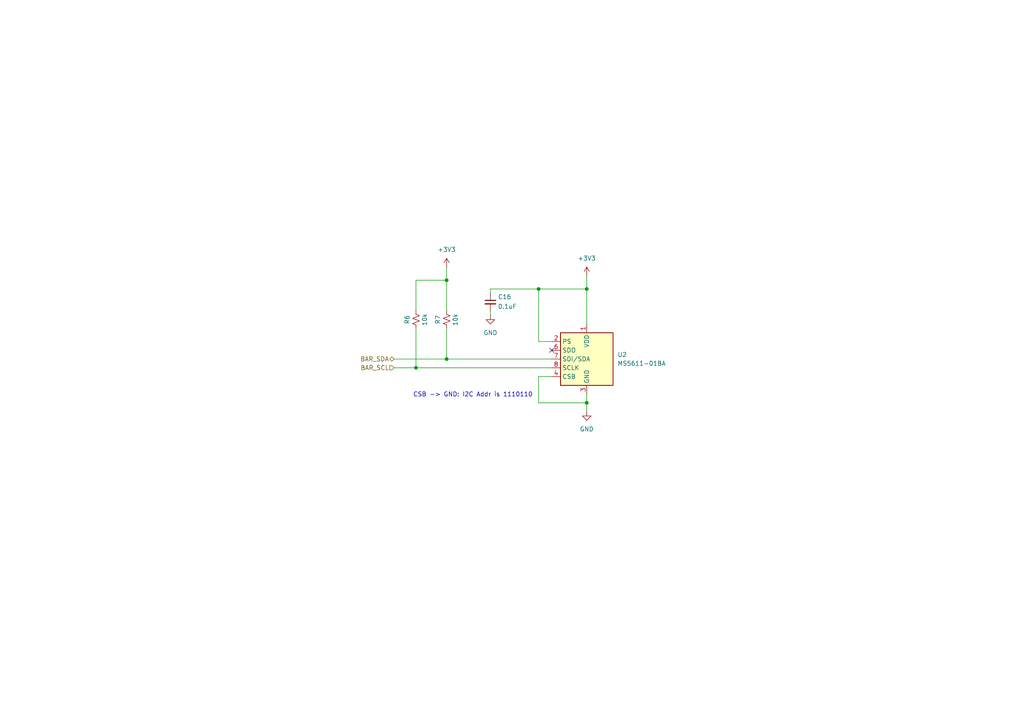
<source format=kicad_sch>
(kicad_sch
	(version 20250114)
	(generator "eeschema")
	(generator_version "9.0")
	(uuid "198488bd-1766-41f7-ada5-09dad4f780cb")
	(paper "A4")
	(title_block
		(title "Canard Board")
		(company "Waterloo Rocketry")
		(comment 4 "Processor: See STM Application Note AN5419")
	)
	(lib_symbols
		(symbol "Device:C_Small"
			(pin_numbers
				(hide yes)
			)
			(pin_names
				(offset 0.254)
				(hide yes)
			)
			(exclude_from_sim no)
			(in_bom yes)
			(on_board yes)
			(property "Reference" "C"
				(at 0.254 1.778 0)
				(effects
					(font
						(size 1.27 1.27)
					)
					(justify left)
				)
			)
			(property "Value" "C_Small"
				(at 0.254 -2.032 0)
				(effects
					(font
						(size 1.27 1.27)
					)
					(justify left)
				)
			)
			(property "Footprint" ""
				(at 0 0 0)
				(effects
					(font
						(size 1.27 1.27)
					)
					(hide yes)
				)
			)
			(property "Datasheet" "~"
				(at 0 0 0)
				(effects
					(font
						(size 1.27 1.27)
					)
					(hide yes)
				)
			)
			(property "Description" "Unpolarized capacitor, small symbol"
				(at 0 0 0)
				(effects
					(font
						(size 1.27 1.27)
					)
					(hide yes)
				)
			)
			(property "ki_keywords" "capacitor cap"
				(at 0 0 0)
				(effects
					(font
						(size 1.27 1.27)
					)
					(hide yes)
				)
			)
			(property "ki_fp_filters" "C_*"
				(at 0 0 0)
				(effects
					(font
						(size 1.27 1.27)
					)
					(hide yes)
				)
			)
			(symbol "C_Small_0_1"
				(polyline
					(pts
						(xy -1.524 0.508) (xy 1.524 0.508)
					)
					(stroke
						(width 0.3048)
						(type default)
					)
					(fill
						(type none)
					)
				)
				(polyline
					(pts
						(xy -1.524 -0.508) (xy 1.524 -0.508)
					)
					(stroke
						(width 0.3302)
						(type default)
					)
					(fill
						(type none)
					)
				)
			)
			(symbol "C_Small_1_1"
				(pin passive line
					(at 0 2.54 270)
					(length 2.032)
					(name "~"
						(effects
							(font
								(size 1.27 1.27)
							)
						)
					)
					(number "1"
						(effects
							(font
								(size 1.27 1.27)
							)
						)
					)
				)
				(pin passive line
					(at 0 -2.54 90)
					(length 2.032)
					(name "~"
						(effects
							(font
								(size 1.27 1.27)
							)
						)
					)
					(number "2"
						(effects
							(font
								(size 1.27 1.27)
							)
						)
					)
				)
			)
			(embedded_fonts no)
		)
		(symbol "Device:R_Small_US"
			(pin_numbers
				(hide yes)
			)
			(pin_names
				(offset 0.254)
				(hide yes)
			)
			(exclude_from_sim no)
			(in_bom yes)
			(on_board yes)
			(property "Reference" "R"
				(at 0.762 0.508 0)
				(effects
					(font
						(size 1.27 1.27)
					)
					(justify left)
				)
			)
			(property "Value" "R_Small_US"
				(at 0.762 -1.016 0)
				(effects
					(font
						(size 1.27 1.27)
					)
					(justify left)
				)
			)
			(property "Footprint" ""
				(at 0 0 0)
				(effects
					(font
						(size 1.27 1.27)
					)
					(hide yes)
				)
			)
			(property "Datasheet" "~"
				(at 0 0 0)
				(effects
					(font
						(size 1.27 1.27)
					)
					(hide yes)
				)
			)
			(property "Description" "Resistor, small US symbol"
				(at 0 0 0)
				(effects
					(font
						(size 1.27 1.27)
					)
					(hide yes)
				)
			)
			(property "ki_keywords" "r resistor"
				(at 0 0 0)
				(effects
					(font
						(size 1.27 1.27)
					)
					(hide yes)
				)
			)
			(property "ki_fp_filters" "R_*"
				(at 0 0 0)
				(effects
					(font
						(size 1.27 1.27)
					)
					(hide yes)
				)
			)
			(symbol "R_Small_US_1_1"
				(polyline
					(pts
						(xy 0 1.524) (xy 1.016 1.143) (xy 0 0.762) (xy -1.016 0.381) (xy 0 0)
					)
					(stroke
						(width 0)
						(type default)
					)
					(fill
						(type none)
					)
				)
				(polyline
					(pts
						(xy 0 0) (xy 1.016 -0.381) (xy 0 -0.762) (xy -1.016 -1.143) (xy 0 -1.524)
					)
					(stroke
						(width 0)
						(type default)
					)
					(fill
						(type none)
					)
				)
				(pin passive line
					(at 0 2.54 270)
					(length 1.016)
					(name "~"
						(effects
							(font
								(size 1.27 1.27)
							)
						)
					)
					(number "1"
						(effects
							(font
								(size 1.27 1.27)
							)
						)
					)
				)
				(pin passive line
					(at 0 -2.54 90)
					(length 1.016)
					(name "~"
						(effects
							(font
								(size 1.27 1.27)
							)
						)
					)
					(number "2"
						(effects
							(font
								(size 1.27 1.27)
							)
						)
					)
				)
			)
			(embedded_fonts no)
		)
		(symbol "Sensor_Pressure:MS5611-01BA"
			(exclude_from_sim no)
			(in_bom yes)
			(on_board yes)
			(property "Reference" "U"
				(at -6.35 8.89 0)
				(effects
					(font
						(size 1.27 1.27)
					)
				)
			)
			(property "Value" "MS5611-01BA"
				(at 7.62 8.89 0)
				(effects
					(font
						(size 1.27 1.27)
					)
				)
			)
			(property "Footprint" "Package_LGA:LGA-8_3x5mm_P1.25mm"
				(at 0 0 0)
				(effects
					(font
						(size 1.27 1.27)
					)
					(hide yes)
				)
			)
			(property "Datasheet" "https://www.te.com/commerce/DocumentDelivery/DDEController?Action=srchrtrv&DocNm=MS5611-01BA03&DocType=Data+Sheet&DocLang=English"
				(at 0 0 0)
				(effects
					(font
						(size 1.27 1.27)
					)
					(hide yes)
				)
			)
			(property "Description" "Barometric pressure sensor, 10cm resolution, 10 to 1200 mbar, I2C and SPI interface up to 20MHz, LGA-8"
				(at 0 0 0)
				(effects
					(font
						(size 1.27 1.27)
					)
					(hide yes)
				)
			)
			(property "ki_keywords" "pressure SPI I2C"
				(at 0 0 0)
				(effects
					(font
						(size 1.27 1.27)
					)
					(hide yes)
				)
			)
			(property "ki_fp_filters" "LGA*3x5mm*P1.25mm*"
				(at 0 0 0)
				(effects
					(font
						(size 1.27 1.27)
					)
					(hide yes)
				)
			)
			(symbol "MS5611-01BA_0_1"
				(rectangle
					(start -7.62 7.62)
					(end 7.62 -7.62)
					(stroke
						(width 0.254)
						(type default)
					)
					(fill
						(type background)
					)
				)
			)
			(symbol "MS5611-01BA_1_1"
				(pin input line
					(at -10.16 5.08 0)
					(length 2.54)
					(name "PS"
						(effects
							(font
								(size 1.27 1.27)
							)
						)
					)
					(number "2"
						(effects
							(font
								(size 1.27 1.27)
							)
						)
					)
				)
				(pin output line
					(at -10.16 2.54 0)
					(length 2.54)
					(name "SDO"
						(effects
							(font
								(size 1.27 1.27)
							)
						)
					)
					(number "6"
						(effects
							(font
								(size 1.27 1.27)
							)
						)
					)
				)
				(pin bidirectional line
					(at -10.16 0 0)
					(length 2.54)
					(name "SDI/SDA"
						(effects
							(font
								(size 1.27 1.27)
							)
						)
					)
					(number "7"
						(effects
							(font
								(size 1.27 1.27)
							)
						)
					)
				)
				(pin input line
					(at -10.16 -2.54 0)
					(length 2.54)
					(name "SCLK"
						(effects
							(font
								(size 1.27 1.27)
							)
						)
					)
					(number "8"
						(effects
							(font
								(size 1.27 1.27)
							)
						)
					)
				)
				(pin input line
					(at -10.16 -5.08 0)
					(length 2.54)
					(name "CSB"
						(effects
							(font
								(size 1.27 1.27)
							)
						)
					)
					(number "4"
						(effects
							(font
								(size 1.27 1.27)
							)
						)
					)
				)
				(pin input line
					(at -10.16 -5.08 0)
					(length 2.54)
					(hide yes)
					(name "CSB"
						(effects
							(font
								(size 1.27 1.27)
							)
						)
					)
					(number "5"
						(effects
							(font
								(size 1.27 1.27)
							)
						)
					)
				)
				(pin power_in line
					(at 0 10.16 270)
					(length 2.54)
					(name "VDD"
						(effects
							(font
								(size 1.27 1.27)
							)
						)
					)
					(number "1"
						(effects
							(font
								(size 1.27 1.27)
							)
						)
					)
				)
				(pin power_in line
					(at 0 -10.16 90)
					(length 2.54)
					(name "GND"
						(effects
							(font
								(size 1.27 1.27)
							)
						)
					)
					(number "3"
						(effects
							(font
								(size 1.27 1.27)
							)
						)
					)
				)
			)
			(embedded_fonts no)
		)
		(symbol "power:+3V3"
			(power)
			(pin_numbers
				(hide yes)
			)
			(pin_names
				(offset 0)
				(hide yes)
			)
			(exclude_from_sim no)
			(in_bom yes)
			(on_board yes)
			(property "Reference" "#PWR"
				(at 0 -3.81 0)
				(effects
					(font
						(size 1.27 1.27)
					)
					(hide yes)
				)
			)
			(property "Value" "+3V3"
				(at 0 3.556 0)
				(effects
					(font
						(size 1.27 1.27)
					)
				)
			)
			(property "Footprint" ""
				(at 0 0 0)
				(effects
					(font
						(size 1.27 1.27)
					)
					(hide yes)
				)
			)
			(property "Datasheet" ""
				(at 0 0 0)
				(effects
					(font
						(size 1.27 1.27)
					)
					(hide yes)
				)
			)
			(property "Description" "Power symbol creates a global label with name \"+3V3\""
				(at 0 0 0)
				(effects
					(font
						(size 1.27 1.27)
					)
					(hide yes)
				)
			)
			(property "ki_keywords" "global power"
				(at 0 0 0)
				(effects
					(font
						(size 1.27 1.27)
					)
					(hide yes)
				)
			)
			(symbol "+3V3_0_1"
				(polyline
					(pts
						(xy -0.762 1.27) (xy 0 2.54)
					)
					(stroke
						(width 0)
						(type default)
					)
					(fill
						(type none)
					)
				)
				(polyline
					(pts
						(xy 0 2.54) (xy 0.762 1.27)
					)
					(stroke
						(width 0)
						(type default)
					)
					(fill
						(type none)
					)
				)
				(polyline
					(pts
						(xy 0 0) (xy 0 2.54)
					)
					(stroke
						(width 0)
						(type default)
					)
					(fill
						(type none)
					)
				)
			)
			(symbol "+3V3_1_1"
				(pin power_in line
					(at 0 0 90)
					(length 0)
					(name "~"
						(effects
							(font
								(size 1.27 1.27)
							)
						)
					)
					(number "1"
						(effects
							(font
								(size 1.27 1.27)
							)
						)
					)
				)
			)
			(embedded_fonts no)
		)
		(symbol "power:GND"
			(power)
			(pin_numbers
				(hide yes)
			)
			(pin_names
				(offset 0)
				(hide yes)
			)
			(exclude_from_sim no)
			(in_bom yes)
			(on_board yes)
			(property "Reference" "#PWR"
				(at 0 -6.35 0)
				(effects
					(font
						(size 1.27 1.27)
					)
					(hide yes)
				)
			)
			(property "Value" "GND"
				(at 0 -3.81 0)
				(effects
					(font
						(size 1.27 1.27)
					)
				)
			)
			(property "Footprint" ""
				(at 0 0 0)
				(effects
					(font
						(size 1.27 1.27)
					)
					(hide yes)
				)
			)
			(property "Datasheet" ""
				(at 0 0 0)
				(effects
					(font
						(size 1.27 1.27)
					)
					(hide yes)
				)
			)
			(property "Description" "Power symbol creates a global label with name \"GND\" , ground"
				(at 0 0 0)
				(effects
					(font
						(size 1.27 1.27)
					)
					(hide yes)
				)
			)
			(property "ki_keywords" "global power"
				(at 0 0 0)
				(effects
					(font
						(size 1.27 1.27)
					)
					(hide yes)
				)
			)
			(symbol "GND_0_1"
				(polyline
					(pts
						(xy 0 0) (xy 0 -1.27) (xy 1.27 -1.27) (xy 0 -2.54) (xy -1.27 -1.27) (xy 0 -1.27)
					)
					(stroke
						(width 0)
						(type default)
					)
					(fill
						(type none)
					)
				)
			)
			(symbol "GND_1_1"
				(pin power_in line
					(at 0 0 270)
					(length 0)
					(name "~"
						(effects
							(font
								(size 1.27 1.27)
							)
						)
					)
					(number "1"
						(effects
							(font
								(size 1.27 1.27)
							)
						)
					)
				)
			)
			(embedded_fonts no)
		)
	)
	(text "CSB -> GND: I2C Addr is 1110110"
		(exclude_from_sim no)
		(at 137.16 114.554 0)
		(effects
			(font
				(size 1.27 1.27)
			)
		)
		(uuid "de695198-bf55-4bff-bc4b-372b983168fe")
	)
	(junction
		(at 120.65 106.68)
		(diameter 0)
		(color 0 0 0 0)
		(uuid "38a488ce-2b5a-4467-a5a4-e1a69d182b9e")
	)
	(junction
		(at 170.18 116.84)
		(diameter 0)
		(color 0 0 0 0)
		(uuid "9e3501b1-eb9c-4b5a-97d5-54892212e8c6")
	)
	(junction
		(at 170.18 83.82)
		(diameter 0)
		(color 0 0 0 0)
		(uuid "a7ba21aa-9418-472f-a46b-f6d7120954e7")
	)
	(junction
		(at 129.54 81.28)
		(diameter 0)
		(color 0 0 0 0)
		(uuid "c8b0aaf9-cb1e-468a-bc8b-9a141dd20d70")
	)
	(junction
		(at 156.21 83.82)
		(diameter 0)
		(color 0 0 0 0)
		(uuid "e25198a0-e501-4869-90b7-f9cc0f05f7c9")
	)
	(junction
		(at 129.54 104.14)
		(diameter 0)
		(color 0 0 0 0)
		(uuid "fe1dc223-5f2b-40a1-9eb5-584d82aa4756")
	)
	(no_connect
		(at 160.02 101.6)
		(uuid "373e5e95-0947-4b92-96de-6b3fd7e4c4fa")
	)
	(wire
		(pts
			(xy 156.21 99.06) (xy 156.21 83.82)
		)
		(stroke
			(width 0)
			(type default)
		)
		(uuid "01e0a4a2-aa79-4821-8b53-6ebf4a3201d7")
	)
	(wire
		(pts
			(xy 114.3 106.68) (xy 120.65 106.68)
		)
		(stroke
			(width 0)
			(type default)
		)
		(uuid "038ea3a4-e4ae-4bc4-a75c-0497fcca9d78")
	)
	(wire
		(pts
			(xy 160.02 99.06) (xy 156.21 99.06)
		)
		(stroke
			(width 0)
			(type default)
		)
		(uuid "1ec1dc72-3abf-408f-b776-9aabb286af62")
	)
	(wire
		(pts
			(xy 156.21 109.22) (xy 156.21 116.84)
		)
		(stroke
			(width 0)
			(type default)
		)
		(uuid "33679efe-3af1-4184-8595-af7fb39363ff")
	)
	(wire
		(pts
			(xy 114.3 104.14) (xy 129.54 104.14)
		)
		(stroke
			(width 0)
			(type default)
		)
		(uuid "48ac25f0-738d-4e52-914e-ed83668ffaf8")
	)
	(wire
		(pts
			(xy 120.65 95.25) (xy 120.65 106.68)
		)
		(stroke
			(width 0)
			(type default)
		)
		(uuid "48f08f5c-50e8-4411-98bb-291b738a98bd")
	)
	(wire
		(pts
			(xy 142.24 90.17) (xy 142.24 91.44)
		)
		(stroke
			(width 0)
			(type default)
		)
		(uuid "6a63706f-b793-4ef6-8cc1-318f8c3d74ef")
	)
	(wire
		(pts
			(xy 129.54 81.28) (xy 129.54 90.17)
		)
		(stroke
			(width 0)
			(type default)
		)
		(uuid "6e6b4b41-a783-47ec-b7fc-26b6dea84266")
	)
	(wire
		(pts
			(xy 120.65 81.28) (xy 129.54 81.28)
		)
		(stroke
			(width 0)
			(type default)
		)
		(uuid "93e097b5-9056-4f9a-bbdd-ee1c917a4285")
	)
	(wire
		(pts
			(xy 142.24 83.82) (xy 142.24 85.09)
		)
		(stroke
			(width 0)
			(type default)
		)
		(uuid "96590034-a192-4f58-87c7-9b8739b3c054")
	)
	(wire
		(pts
			(xy 129.54 104.14) (xy 160.02 104.14)
		)
		(stroke
			(width 0)
			(type default)
		)
		(uuid "9842ea84-20bf-498d-8adb-586eecc2f551")
	)
	(wire
		(pts
			(xy 160.02 109.22) (xy 156.21 109.22)
		)
		(stroke
			(width 0)
			(type default)
		)
		(uuid "9f82540a-2eb7-48a4-b41c-1681e6862044")
	)
	(wire
		(pts
			(xy 170.18 83.82) (xy 156.21 83.82)
		)
		(stroke
			(width 0)
			(type default)
		)
		(uuid "aa07539c-ef9a-4639-906f-c7168f7a46f2")
	)
	(wire
		(pts
			(xy 156.21 116.84) (xy 170.18 116.84)
		)
		(stroke
			(width 0)
			(type default)
		)
		(uuid "aa648ebd-6f7d-4a93-8e8e-ffe33e8f1471")
	)
	(wire
		(pts
			(xy 120.65 90.17) (xy 120.65 81.28)
		)
		(stroke
			(width 0)
			(type default)
		)
		(uuid "b1302aeb-ee58-4e9c-82ac-a9627cf59d03")
	)
	(wire
		(pts
			(xy 129.54 95.25) (xy 129.54 104.14)
		)
		(stroke
			(width 0)
			(type default)
		)
		(uuid "b39ebbbf-2ebb-44e3-b5a6-15fba2ec2b7e")
	)
	(wire
		(pts
			(xy 120.65 106.68) (xy 160.02 106.68)
		)
		(stroke
			(width 0)
			(type default)
		)
		(uuid "c0745e71-a153-461d-b9c0-a3e5eba2ab55")
	)
	(wire
		(pts
			(xy 170.18 114.3) (xy 170.18 116.84)
		)
		(stroke
			(width 0)
			(type default)
		)
		(uuid "cd8b8685-0a43-442e-9759-30ab1cdabac7")
	)
	(wire
		(pts
			(xy 129.54 77.47) (xy 129.54 81.28)
		)
		(stroke
			(width 0)
			(type default)
		)
		(uuid "d0a72144-99dc-4cd0-bcf7-61c7e5e4660d")
	)
	(wire
		(pts
			(xy 156.21 83.82) (xy 142.24 83.82)
		)
		(stroke
			(width 0)
			(type default)
		)
		(uuid "e27d44c3-2f3e-4f97-a8b7-5005292370d0")
	)
	(wire
		(pts
			(xy 170.18 93.98) (xy 170.18 83.82)
		)
		(stroke
			(width 0)
			(type default)
		)
		(uuid "fb74fbb9-9c83-4beb-b863-d8ecbbe37ac1")
	)
	(wire
		(pts
			(xy 170.18 116.84) (xy 170.18 119.38)
		)
		(stroke
			(width 0)
			(type default)
		)
		(uuid "fea56c60-a8ba-4423-82bb-97b391e17914")
	)
	(wire
		(pts
			(xy 170.18 80.01) (xy 170.18 83.82)
		)
		(stroke
			(width 0)
			(type default)
		)
		(uuid "feb09e8b-670b-4d3e-a6c5-b5ac64840fb2")
	)
	(hierarchical_label "BAR_SCL"
		(shape input)
		(at 114.3 106.68 180)
		(effects
			(font
				(size 1.27 1.27)
			)
			(justify right)
		)
		(uuid "3ea595e0-b8fc-4536-9015-c2f4b1748d03")
	)
	(hierarchical_label "BAR_SDA"
		(shape bidirectional)
		(at 114.3 104.14 180)
		(effects
			(font
				(size 1.27 1.27)
			)
			(justify right)
		)
		(uuid "c8ce4c62-9b5f-427d-93e9-8327cd75402e")
	)
	(symbol
		(lib_id "Device:C_Small")
		(at 142.24 87.63 0)
		(mirror y)
		(unit 1)
		(exclude_from_sim no)
		(in_bom yes)
		(on_board yes)
		(dnp no)
		(uuid "42f6d117-9631-4adc-bed9-d694d47d2dec")
		(property "Reference" "C16"
			(at 148.336 86.106 0)
			(effects
				(font
					(size 1.27 1.27)
				)
				(justify left)
			)
		)
		(property "Value" "0.1uF"
			(at 149.86 88.9 0)
			(effects
				(font
					(size 1.27 1.27)
				)
				(justify left)
			)
		)
		(property "Footprint" "Capacitor_SMD:C_0402_1005Metric"
			(at 142.24 87.63 0)
			(effects
				(font
					(size 1.27 1.27)
				)
				(hide yes)
			)
		)
		(property "Datasheet" "~"
			(at 142.24 87.63 0)
			(effects
				(font
					(size 1.27 1.27)
				)
				(hide yes)
			)
		)
		(property "Description" "Unpolarized capacitor, small symbol"
			(at 142.24 87.63 0)
			(effects
				(font
					(size 1.27 1.27)
				)
				(hide yes)
			)
		)
		(property "LCSC Part #" "C49678"
			(at 142.24 87.63 0)
			(effects
				(font
					(size 1.27 1.27)
				)
				(hide yes)
			)
		)
		(pin "1"
			(uuid "2fad9470-77dc-44d4-be44-e2afbd27b7a0")
		)
		(pin "2"
			(uuid "cc9c3c29-52d2-4fb0-952c-d5d604146c3a")
		)
		(instances
			(project "CanardBoard"
				(path "/605ab838-6b02-4cf5-a6b5-94a0cdb1b998/db42c7de-8c16-4fe5-be93-b670591bf657"
					(reference "C16")
					(unit 1)
				)
			)
		)
	)
	(symbol
		(lib_id "power:GND")
		(at 170.18 119.38 0)
		(unit 1)
		(exclude_from_sim no)
		(in_bom yes)
		(on_board yes)
		(dnp no)
		(fields_autoplaced yes)
		(uuid "4e510535-aa2f-4a7f-ab01-028cecbacf7d")
		(property "Reference" "#PWR026"
			(at 170.18 125.73 0)
			(effects
				(font
					(size 1.27 1.27)
				)
				(hide yes)
			)
		)
		(property "Value" "GND"
			(at 170.18 124.46 0)
			(effects
				(font
					(size 1.27 1.27)
				)
			)
		)
		(property "Footprint" ""
			(at 170.18 119.38 0)
			(effects
				(font
					(size 1.27 1.27)
				)
				(hide yes)
			)
		)
		(property "Datasheet" ""
			(at 170.18 119.38 0)
			(effects
				(font
					(size 1.27 1.27)
				)
				(hide yes)
			)
		)
		(property "Description" "Power symbol creates a global label with name \"GND\" , ground"
			(at 170.18 119.38 0)
			(effects
				(font
					(size 1.27 1.27)
				)
				(hide yes)
			)
		)
		(pin "1"
			(uuid "502c8f15-caaa-43e1-9e46-188a5d26390c")
		)
		(instances
			(project "CanardBoard"
				(path "/605ab838-6b02-4cf5-a6b5-94a0cdb1b998/db42c7de-8c16-4fe5-be93-b670591bf657"
					(reference "#PWR026")
					(unit 1)
				)
			)
		)
	)
	(symbol
		(lib_id "power:GND")
		(at 142.24 91.44 0)
		(unit 1)
		(exclude_from_sim no)
		(in_bom yes)
		(on_board yes)
		(dnp no)
		(fields_autoplaced yes)
		(uuid "624d5238-2eab-474a-be2c-53916cfb2657")
		(property "Reference" "#PWR024"
			(at 142.24 97.79 0)
			(effects
				(font
					(size 1.27 1.27)
				)
				(hide yes)
			)
		)
		(property "Value" "GND"
			(at 142.24 96.52 0)
			(effects
				(font
					(size 1.27 1.27)
				)
			)
		)
		(property "Footprint" ""
			(at 142.24 91.44 0)
			(effects
				(font
					(size 1.27 1.27)
				)
				(hide yes)
			)
		)
		(property "Datasheet" ""
			(at 142.24 91.44 0)
			(effects
				(font
					(size 1.27 1.27)
				)
				(hide yes)
			)
		)
		(property "Description" "Power symbol creates a global label with name \"GND\" , ground"
			(at 142.24 91.44 0)
			(effects
				(font
					(size 1.27 1.27)
				)
				(hide yes)
			)
		)
		(pin "1"
			(uuid "91d54fb1-e449-4e4b-94f0-b636f21b82bb")
		)
		(instances
			(project ""
				(path "/605ab838-6b02-4cf5-a6b5-94a0cdb1b998/db42c7de-8c16-4fe5-be93-b670591bf657"
					(reference "#PWR024")
					(unit 1)
				)
			)
		)
	)
	(symbol
		(lib_id "Device:R_Small_US")
		(at 120.65 92.71 0)
		(unit 1)
		(exclude_from_sim no)
		(in_bom yes)
		(on_board yes)
		(dnp no)
		(uuid "83a216cf-cbc2-4ea7-beb6-d40118e82fdc")
		(property "Reference" "R6"
			(at 118.11 92.71 90)
			(effects
				(font
					(size 1.27 1.27)
				)
			)
		)
		(property "Value" "10k"
			(at 123.19 92.71 90)
			(effects
				(font
					(size 1.27 1.27)
				)
			)
		)
		(property "Footprint" "Resistor_SMD:R_0402_1005Metric"
			(at 120.65 92.71 0)
			(effects
				(font
					(size 1.27 1.27)
				)
				(hide yes)
			)
		)
		(property "Datasheet" "~"
			(at 120.65 92.71 0)
			(effects
				(font
					(size 1.27 1.27)
				)
				(hide yes)
			)
		)
		(property "Description" "Resistor, small US symbol"
			(at 120.65 92.71 0)
			(effects
				(font
					(size 1.27 1.27)
				)
				(hide yes)
			)
		)
		(property "LCSC Part #" "C17630"
			(at 120.65 92.71 0)
			(effects
				(font
					(size 1.27 1.27)
				)
				(hide yes)
			)
		)
		(pin "1"
			(uuid "bcadab77-6084-4142-80ec-53839a226812")
		)
		(pin "2"
			(uuid "a5d08886-9f40-462b-9eb1-1b05650a0ffe")
		)
		(instances
			(project "CanardBoard"
				(path "/605ab838-6b02-4cf5-a6b5-94a0cdb1b998/db42c7de-8c16-4fe5-be93-b670591bf657"
					(reference "R6")
					(unit 1)
				)
			)
		)
	)
	(symbol
		(lib_id "power:+3V3")
		(at 129.54 77.47 0)
		(unit 1)
		(exclude_from_sim no)
		(in_bom yes)
		(on_board yes)
		(dnp no)
		(fields_autoplaced yes)
		(uuid "9e91b333-7d67-44d6-bea3-63c7138f73ff")
		(property "Reference" "#PWR023"
			(at 129.54 81.28 0)
			(effects
				(font
					(size 1.27 1.27)
				)
				(hide yes)
			)
		)
		(property "Value" "+3V3"
			(at 129.54 72.39 0)
			(effects
				(font
					(size 1.27 1.27)
				)
			)
		)
		(property "Footprint" ""
			(at 129.54 77.47 0)
			(effects
				(font
					(size 1.27 1.27)
				)
				(hide yes)
			)
		)
		(property "Datasheet" ""
			(at 129.54 77.47 0)
			(effects
				(font
					(size 1.27 1.27)
				)
				(hide yes)
			)
		)
		(property "Description" "Power symbol creates a global label with name \"+3V3\""
			(at 129.54 77.47 0)
			(effects
				(font
					(size 1.27 1.27)
				)
				(hide yes)
			)
		)
		(pin "1"
			(uuid "bb0531f7-d6e8-4ea8-ad2e-11129b9f43a0")
		)
		(instances
			(project "CanardBoard"
				(path "/605ab838-6b02-4cf5-a6b5-94a0cdb1b998/db42c7de-8c16-4fe5-be93-b670591bf657"
					(reference "#PWR023")
					(unit 1)
				)
			)
		)
	)
	(symbol
		(lib_id "Sensor_Pressure:MS5611-01BA")
		(at 170.18 104.14 0)
		(unit 1)
		(exclude_from_sim no)
		(in_bom yes)
		(on_board yes)
		(dnp no)
		(fields_autoplaced yes)
		(uuid "d40cb3a0-9965-4a40-95ba-c41bba4a6f1f")
		(property "Reference" "U2"
			(at 179.07 102.8699 0)
			(effects
				(font
					(size 1.27 1.27)
				)
				(justify left)
			)
		)
		(property "Value" "MS5611-01BA"
			(at 179.07 105.4099 0)
			(effects
				(font
					(size 1.27 1.27)
				)
				(justify left)
			)
		)
		(property "Footprint" "Package_LGA:LGA-8_3x5mm_P1.25mm"
			(at 170.18 104.14 0)
			(effects
				(font
					(size 1.27 1.27)
				)
				(hide yes)
			)
		)
		(property "Datasheet" "https://www.te.com/commerce/DocumentDelivery/DDEController?Action=srchrtrv&DocNm=MS5611-01BA03&DocType=Data+Sheet&DocLang=English"
			(at 170.18 104.14 0)
			(effects
				(font
					(size 1.27 1.27)
				)
				(hide yes)
			)
		)
		(property "Description" "Barometric pressure sensor, 10cm resolution, 10 to 1200 mbar, I2C and SPI interface up to 20MHz, LGA-8"
			(at 170.18 104.14 0)
			(effects
				(font
					(size 1.27 1.27)
				)
				(hide yes)
			)
		)
		(pin "3"
			(uuid "6b68493a-fc0a-4752-97ea-982ce6d738b0")
		)
		(pin "2"
			(uuid "b43a1598-916d-4422-94e8-85b7feb248f5")
		)
		(pin "7"
			(uuid "14ecd1c0-28f2-4ce9-9e45-be1ed2b70109")
		)
		(pin "8"
			(uuid "e3c2a6e4-5bb5-415e-aa3a-a2a4632d2140")
		)
		(pin "6"
			(uuid "56a0204f-5775-424c-a67c-bd9e191dc055")
		)
		(pin "4"
			(uuid "11343a4c-25d1-43bf-866b-3a8f11f0477d")
		)
		(pin "5"
			(uuid "65d06d37-c8ad-478c-9a82-a2b3d7599cdc")
		)
		(pin "1"
			(uuid "543cac52-6cd4-4423-bf3f-c6a20a7a122b")
		)
		(instances
			(project ""
				(path "/605ab838-6b02-4cf5-a6b5-94a0cdb1b998/db42c7de-8c16-4fe5-be93-b670591bf657"
					(reference "U2")
					(unit 1)
				)
			)
		)
	)
	(symbol
		(lib_id "Device:R_Small_US")
		(at 129.54 92.71 0)
		(unit 1)
		(exclude_from_sim no)
		(in_bom yes)
		(on_board yes)
		(dnp no)
		(uuid "f3b89d8f-5643-4230-9517-2494cf594fe6")
		(property "Reference" "R7"
			(at 127 92.71 90)
			(effects
				(font
					(size 1.27 1.27)
				)
			)
		)
		(property "Value" "10k"
			(at 132.08 92.71 90)
			(effects
				(font
					(size 1.27 1.27)
				)
			)
		)
		(property "Footprint" "Resistor_SMD:R_0402_1005Metric"
			(at 129.54 92.71 0)
			(effects
				(font
					(size 1.27 1.27)
				)
				(hide yes)
			)
		)
		(property "Datasheet" "~"
			(at 129.54 92.71 0)
			(effects
				(font
					(size 1.27 1.27)
				)
				(hide yes)
			)
		)
		(property "Description" "Resistor, small US symbol"
			(at 129.54 92.71 0)
			(effects
				(font
					(size 1.27 1.27)
				)
				(hide yes)
			)
		)
		(property "LCSC Part #" "C17630"
			(at 129.54 92.71 0)
			(effects
				(font
					(size 1.27 1.27)
				)
				(hide yes)
			)
		)
		(pin "1"
			(uuid "466f4df7-d91a-43eb-912e-94ca5ec80b1c")
		)
		(pin "2"
			(uuid "b5b4c516-6c04-40b7-9ea3-f6c7dd4e2333")
		)
		(instances
			(project "CanardBoard"
				(path "/605ab838-6b02-4cf5-a6b5-94a0cdb1b998/db42c7de-8c16-4fe5-be93-b670591bf657"
					(reference "R7")
					(unit 1)
				)
			)
		)
	)
	(symbol
		(lib_id "power:+3V3")
		(at 170.18 80.01 0)
		(unit 1)
		(exclude_from_sim no)
		(in_bom yes)
		(on_board yes)
		(dnp no)
		(fields_autoplaced yes)
		(uuid "f473feaa-7e1a-44cc-8e97-ffe48f1d2029")
		(property "Reference" "#PWR025"
			(at 170.18 83.82 0)
			(effects
				(font
					(size 1.27 1.27)
				)
				(hide yes)
			)
		)
		(property "Value" "+3V3"
			(at 170.18 74.93 0)
			(effects
				(font
					(size 1.27 1.27)
				)
			)
		)
		(property "Footprint" ""
			(at 170.18 80.01 0)
			(effects
				(font
					(size 1.27 1.27)
				)
				(hide yes)
			)
		)
		(property "Datasheet" ""
			(at 170.18 80.01 0)
			(effects
				(font
					(size 1.27 1.27)
				)
				(hide yes)
			)
		)
		(property "Description" "Power symbol creates a global label with name \"+3V3\""
			(at 170.18 80.01 0)
			(effects
				(font
					(size 1.27 1.27)
				)
				(hide yes)
			)
		)
		(pin "1"
			(uuid "bfe385bb-4dea-4884-a4d5-41bdc2574bda")
		)
		(instances
			(project ""
				(path "/605ab838-6b02-4cf5-a6b5-94a0cdb1b998/db42c7de-8c16-4fe5-be93-b670591bf657"
					(reference "#PWR025")
					(unit 1)
				)
			)
		)
	)
)

</source>
